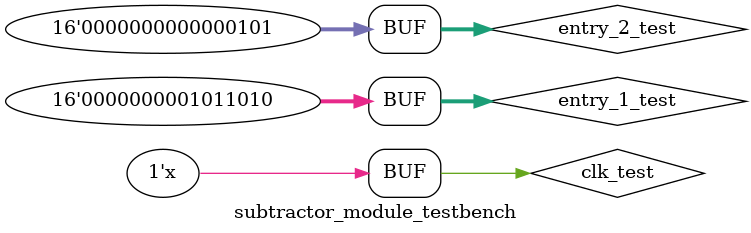
<source format=v>
module subtractor_module_testbench;

/*
 * We define the type of the entries and outputs
 */
reg clk_test;
reg [15:0] entry_1_test;
reg [15:0] entry_2_test;
wire [15:0] output_1_test;


/*
 * We instantiate the device under test
 * 
 */
	
subtractor_module DUT(.clk(clk_test), .entry_1(entry_1_test), .entry_2(entry_2_test), 
						.output_1(output_1_test));
						

/*
 * Test vector generator
 * 
 */
 
initial begin

clk_test = 1'b0;
entry_1_test = 16'h0;
entry_2_test = 16'h0;

#100
entry_1_test = 16'd20;
entry_2_test = 16'd10;

#200
entry_1_test = 16'd45;
entry_2_test = 16'd10;

#200
entry_1_test = 16'd90;
entry_2_test = 16'd5;

end


/*
 * Clock generation
 * 
 */
always
 #100  clk_test =  !clk_test;
 
 

endmodule // end subtractor_module_testbench
</source>
